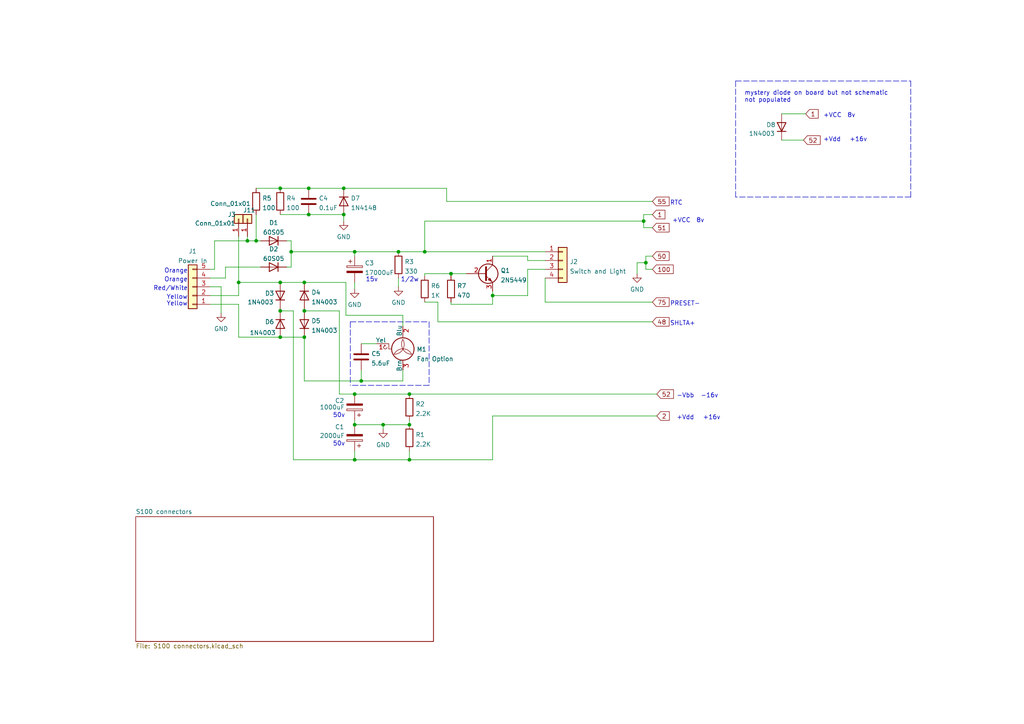
<source format=kicad_sch>
(kicad_sch (version 20211123) (generator eeschema)
  (paper "A4")
  (lib_symbols
    (symbol "Connector_Generic:Conn_01x01" (pin_names (offset 1.016) hide)
      (property "Reference" "J" (at 0 2.54 0))
      (property "Value" "Conn_01x01" (at 0 -2.54 0))
      (symbol "Conn_01x01_1_1"
        (rectangle (start -1.27 0.127) (end 0 -0.127) (stroke (width 0.1524)))
        (rectangle (start -1.27 1.27) (end 1.27 -1.27) (stroke (width 0.254)) (fill (type background)))
        (pin passive line (at -5.08 0 0) (length 3.81) (name "Pin_1") (number "1"))
      )
    )
    (symbol "Connector_Generic:Conn_01x04" (pin_names (offset 1.016) hide)
      (property "Reference" "J" (at 0 5.08 0))
      (property "Value" "Conn_01x04" (at 0 -7.62 0))
      (symbol "Conn_01x04_1_1"
        (rectangle (start -1.27 -4.953) (end 0 -5.207) (stroke (width 0.1524)))
        (rectangle (start -1.27 -2.413) (end 0 -2.667) (stroke (width 0.1524)))
        (rectangle (start -1.27 0.127) (end 0 -0.127) (stroke (width 0.1524)))
        (rectangle (start -1.27 2.667) (end 0 2.413) (stroke (width 0.1524)))
        (rectangle (start -1.27 3.81) (end 1.27 -6.35) (stroke (width 0.254)) (fill (type background)))
        (pin passive line (at -5.08 2.54 0) (length 3.81) (name "Pin_1") (number "1"))
        (pin passive line (at -5.08 0 0) (length 3.81) (name "Pin_2") (number "2"))
        (pin passive line (at -5.08 -2.54 0) (length 3.81) (name "Pin_3") (number "3"))
        (pin passive line (at -5.08 -5.08 0) (length 3.81) (name "Pin_4") (number "4"))
      )
    )
    (symbol "Connector_Generic:Conn_01x05" (pin_names (offset 1.016) hide)
      (property "Reference" "J" (at 0 7.62 0))
      (property "Value" "Conn_01x05" (at 0 -7.62 0))
      (symbol "Conn_01x05_1_1"
        (rectangle (start -1.27 -4.953) (end 0 -5.207) (stroke (width 0.1524)))
        (rectangle (start -1.27 -2.413) (end 0 -2.667) (stroke (width 0.1524)))
        (rectangle (start -1.27 0.127) (end 0 -0.127) (stroke (width 0.1524)))
        (rectangle (start -1.27 2.667) (end 0 2.413) (stroke (width 0.1524)))
        (rectangle (start -1.27 5.207) (end 0 4.953) (stroke (width 0.1524)))
        (rectangle (start -1.27 6.35) (end 1.27 -6.35) (stroke (width 0.254)) (fill (type background)))
        (pin passive line (at -5.08 5.08 0) (length 3.81) (name "Pin_1") (number "1"))
        (pin passive line (at -5.08 2.54 0) (length 3.81) (name "Pin_2") (number "2"))
        (pin passive line (at -5.08 0 0) (length 3.81) (name "Pin_3") (number "3"))
        (pin passive line (at -5.08 -2.54 0) (length 3.81) (name "Pin_4") (number "4"))
        (pin passive line (at -5.08 -5.08 0) (length 3.81) (name "Pin_5") (number "5"))
      )
    )
    (symbol "Device:C" (pin_numbers hide) (pin_names (offset 0.254))
      (property "Reference" "C" (at 0.635 2.54 0))
      (property "Value" "C" (at 0.635 -2.54 0))
      (symbol "C_0_1"
        (polyline (pts (xy -2.032 -0.762) (xy 2.032 -0.762)) (stroke (width 0.508)))
        (polyline (pts (xy -2.032 0.762) (xy 2.032 0.762)) (stroke (width 0.508)))
      )
      (symbol "C_1_1"
        (pin passive line (at 0 3.81 270) (length 2.794) (name "~") (number "1"))
        (pin passive line (at 0 -3.81 90) (length 2.794) (name "~") (number "2"))
      )
    )
    (symbol "Device:C_Polarized" (pin_numbers hide) (pin_names (offset 0.254))
      (property "Reference" "C" (at 0.635 2.54 0))
      (property "Value" "C_Polarized" (at 0.635 -2.54 0))
      (symbol "C_Polarized_0_1"
        (rectangle (start -2.286 0.508) (end 2.286 1.016))
        (polyline (pts (xy -1.778 2.286) (xy -0.762 2.286)))
        (polyline (pts (xy -1.27 2.794) (xy -1.27 1.778)))
        (rectangle (start 2.286 -0.508) (end -2.286 -1.016) (fill (type outline)))
      )
      (symbol "C_Polarized_1_1"
        (pin passive line (at 0 3.81 270) (length 2.794) (name "~") (number "1"))
        (pin passive line (at 0 -3.81 90) (length 2.794) (name "~") (number "2"))
      )
    )
    (symbol "Device:R" (pin_numbers hide) (pin_names (offset 0))
      (property "Reference" "R" (at 2.032 0 90))
      (property "Value" "R" (at 0 0 90))
      (symbol "R_0_1"
        (rectangle (start -1.016 -2.54) (end 1.016 2.54) (stroke (width 0.254)))
      )
      (symbol "R_1_1"
        (pin passive line (at 0 3.81 270) (length 1.27) (name "~") (number "1"))
        (pin passive line (at 0 -3.81 90) (length 1.27) (name "~") (number "2"))
      )
    )
    (symbol "Diode:1N4003" (pin_numbers hide) (pin_names (offset 1.016) hide)
      (property "Reference" "D" (at 0 2.54 0))
      (property "Value" "1N4003" (at 0 -2.54 0))
      (symbol "1N4003_0_1"
        (polyline (pts (xy -1.27 1.27) (xy -1.27 -1.27)) (stroke (width 0.254)))
        (polyline (pts (xy 1.27 0) (xy -1.27 0)))
        (polyline (pts (xy 1.27 1.27) (xy 1.27 -1.27) (xy -1.27 0) (xy 1.27 1.27)) (stroke (width 0.254)))
      )
      (symbol "1N4003_1_1"
        (pin passive line (at -3.81 0 0) (length 2.54) (name "K") (number "1"))
        (pin passive line (at 3.81 0 180) (length 2.54) (name "A") (number "2"))
      )
    )
    (symbol "Diode:1N4148" (pin_numbers hide) (pin_names (offset 1.016) hide)
      (property "Reference" "D" (at 0 2.54 0))
      (property "Value" "1N4148" (at 0 -2.54 0))
      (symbol "1N4148_0_1"
        (polyline (pts (xy -1.27 1.27) (xy -1.27 -1.27)) (stroke (width 0.254)))
        (polyline (pts (xy 1.27 0) (xy -1.27 0)))
        (polyline (pts (xy 1.27 1.27) (xy 1.27 -1.27) (xy -1.27 0) (xy 1.27 1.27)) (stroke (width 0.254)))
      )
      (symbol "1N4148_1_1"
        (pin passive line (at -3.81 0 0) (length 2.54) (name "K") (number "1"))
        (pin passive line (at 3.81 0 180) (length 2.54) (name "A") (number "2"))
      )
    )
    (symbol "Evan's misc parts:2N5449" (pin_names (offset 0) hide)
      (property "Reference" "Q" (at 5.08 1.905 0))
      (property "Value" "2N5449" (at 5.08 0 0))
      (symbol "2N5449_0_1"
        (polyline (pts (xy 0.635 0.635) (xy 2.54 2.54)))
        (polyline (pts (xy 0.635 -0.635) (xy 2.54 -2.54) (xy 2.54 -2.54)))
        (polyline (pts (xy 0.635 1.905) (xy 0.635 -1.905) (xy 0.635 -1.905)) (stroke (width 0.508)))
        (polyline (pts (xy 1.27 -1.778) (xy 1.778 -1.27) (xy 2.286 -2.286) (xy 1.27 -1.778) (xy 1.27 -1.778)) (fill (type outline)))
        (circle (center 1.27 0) (radius 2.8194) (stroke (width 0.254)))
      )
      (symbol "2N5449_1_1"
        (pin passive line (at 2.54 5.08 270) (length 2.54) (name "C") (number "1"))
        (pin passive line (at -5.08 0 0) (length 5.715) (name "B") (number "2"))
        (pin passive line (at 2.54 -5.08 90) (length 2.54) (name "E") (number "3"))
      )
    )
    (symbol "Evan's misc parts:60S05" (pin_numbers hide) (pin_names (offset 1.016) hide)
      (property "Reference" "D" (at 0 2.54 0))
      (property "Value" "60S05" (at 0 -2.54 0))
      (symbol "60S05_0_1"
        (polyline (pts (xy -1.27 1.27) (xy -1.27 -1.27)) (stroke (width 0.254)))
        (polyline (pts (xy 1.27 0) (xy -1.27 0)))
        (polyline (pts (xy 1.27 1.27) (xy 1.27 -1.27) (xy -1.27 0) (xy 1.27 1.27)) (stroke (width 0.254)))
      )
      (symbol "60S05_1_1"
        (pin passive line (at -3.81 0 0) (length 2.54) (name "K") (number "1"))
        (pin passive line (at 3.81 0 180) (length 2.54) (name "A") (number "2"))
      )
    )
    (symbol "Motor:Fan_3pin" (pin_names (offset 0))
      (property "Reference" "M?" (at 4.0132 -1.6315 0))
      (property "Value" "Fan_3pin" (at 4.0132 -4.4066 0))
      (symbol "Fan_3pin_0_0"
        (arc (start -5.588 -1.016) (mid -5.08 -1.524) (end -4.572 -1.016))
        (arc (start -5.08 -0.508) (mid -5.4392 -0.6568) (end -5.588 -1.016))
        (polyline (pts (xy -5.08 -0.508) (xy -5.334 -0.381)))
        (polyline (pts (xy -5.08 -0.508) (xy -5.207 -0.762)))
        (polyline (pts (xy -4.064 0) (xy -4.064 -1.524) (xy -3.302 -1.524)))
      )
      (symbol "Fan_3pin_0_1"
        (arc (start -2.54 -3.048) (mid -0.0014 -1.6352) (end 0 1.27))
        (circle (center 0 -1.524) (radius 3.2512) (stroke (width 0.254)))
        (polyline (pts (xy -4.064 0) (xy -5.08 0)))
        (polyline (pts (xy 0 -7.62) (xy 0 -7.112)))
        (polyline (pts (xy 0 -4.7752) (xy 0 -5.1816)))
        (polyline (pts (xy 0 1.7272) (xy 0 2.0828)))
        (polyline (pts (xy 0 2.032) (xy 0 2.54)))
        (arc (start 0 1.27) (mid 0.0468 -1.6085) (end 2.54 -3.048))
        (arc (start 2.54 -3.048) (mid 0 -1.4782) (end -2.54 -3.048))
      )
      (symbol "Fan_3pin_1_1"
        (pin passive line (at -7.62 0 0) (length 2.54) (name "Yel") (number "1"))
        (pin passive line (at 0 5.08 270) (length 2.54) (name "Blu") (number "2"))
        (pin passive line (at 0 -7.62 90) (length 2.54) (name "Brn") (number "3"))
      )
    )
    (symbol "power:GND" (power) (pin_names (offset 0))
      (property "Value" "GND" (at 0 -3.81 0))
      (symbol "GND_0_1"
        (polyline (pts (xy 0 0) (xy 0 -1.27) (xy 1.27 -1.27) (xy 0 -2.54) (xy -1.27 -1.27) (xy 0 -1.27)))
      )
      (symbol "GND_1_1"
        (pin power_in line (at 0 0 270) (length 0) hide (name "GND") (number "1"))
      )
    )
  )
  (junction (at 123.19 73.025))
  (junction (at 102.87 114.3))
  (junction (at 102.87 123.19))
  (junction (at 111.125 123.19))
  (junction (at 81.28 97.79))
  (junction (at 69.215 81.915))
  (junction (at 74.295 69.85))
  (junction (at 142.875 85.725))
  (junction (at 89.535 62.23))
  (junction (at 102.87 133.35))
  (junction (at 81.28 81.915))
  (junction (at 186.69 64.135))
  (junction (at 84.455 73.025))
  (junction (at 102.87 73.025))
  (junction (at 89.535 54.61))
  (junction (at 88.265 90.17))
  (junction (at 81.28 90.17))
  (junction (at 99.695 54.61))
  (junction (at 118.745 133.35))
  (junction (at 81.28 54.61))
  (junction (at 115.57 73.025))
  (junction (at 130.81 79.375))
  (junction (at 118.745 114.3))
  (junction (at 99.695 62.23))
  (junction (at 71.755 69.85))
  (junction (at 118.745 123.19))
  (junction (at 187.325 76.2))
  (junction (at 88.265 97.79))
  (junction (at 88.265 81.915))
  (junction (at 104.775 110.49))
  (wire (pts (xy 118.745 114.3) (xy 190.5 114.3)))
  (wire (pts (xy 187.325 76.2) (xy 184.785 76.2)))
  (wire (pts (xy 130.81 87.63) (xy 130.81 88.265)))
  (wire (pts (xy 99.695 54.61) (xy 129.54 54.61)))
  (wire (pts (xy 104.775 110.49) (xy 116.84 110.49)))
  (wire (pts (xy 130.81 88.265) (xy 142.875 88.265)))
  (wire (pts (xy 189.23 66.04) (xy 186.69 66.04)))
  (wire (pts (xy 71.755 69.85) (xy 74.295 69.85)))
  (wire (pts (xy 60.96 78.105) (xy 62.23 78.105)))
  (wire (pts (xy 186.69 62.23) (xy 186.69 64.135)))
  (wire (pts (xy 158.115 75.565) (xy 153.035 75.565)))
  (wire (pts (xy 81.28 54.61) (xy 89.535 54.61)))
  (wire (pts (xy 71.755 68.58) (xy 71.755 69.85)))
  (wire (pts (xy 153.035 85.725) (xy 142.875 85.725)))
  (wire (pts (xy 123.19 73.025) (xy 123.19 64.135)))
  (wire (pts (xy 98.425 114.3) (xy 102.87 114.3)))
  (wire (pts (xy 102.87 130.81) (xy 102.87 133.35)))
  (wire (pts (xy 60.96 85.725) (xy 69.215 85.725)))
  (wire (pts (xy 142.875 120.65) (xy 190.5 120.65)))
  (wire (pts (xy 88.265 81.915) (xy 100.33 81.915)))
  (wire (pts (xy 102.87 73.025) (xy 115.57 73.025)))
  (wire (pts (xy 127 87.63) (xy 127 93.345)))
  (wire (pts (xy 99.695 62.23) (xy 99.695 64.135)))
  (wire (pts (xy 142.875 133.35) (xy 142.875 120.65)))
  (wire (pts (xy 88.265 110.49) (xy 104.775 110.49)))
  (wire (pts (xy 187.325 74.295) (xy 187.325 76.2)))
  (wire (pts (xy 123.19 64.135) (xy 186.69 64.135)))
  (wire (pts (xy 69.215 85.725) (xy 69.215 81.915)))
  (wire (pts (xy 65.405 80.645) (xy 65.405 77.47)))
  (wire (pts (xy 83.185 69.85) (xy 84.455 69.85)))
  (wire (pts (xy 129.54 54.61) (xy 129.54 58.42)))
  (wire (pts (xy 69.215 68.58) (xy 69.215 81.915)))
  (wire (pts (xy 102.87 123.19) (xy 102.87 121.92)))
  (wire (pts (xy 104.775 107.315) (xy 104.775 110.49)))
  (wire (pts (xy 111.125 123.19) (xy 111.125 124.46)))
  (polyline (pts (xy 124.46 93.345) (xy 124.46 111.76)))
  (wire (pts (xy 74.295 62.23) (xy 74.295 69.85)))
  (wire (pts (xy 102.87 83.82) (xy 102.87 81.915)))
  (wire (pts (xy 104.775 99.695) (xy 109.22 99.695)))
  (wire (pts (xy 84.455 77.47) (xy 83.185 77.47)))
  (wire (pts (xy 102.87 114.3) (xy 118.745 114.3)))
  (wire (pts (xy 102.87 133.35) (xy 118.745 133.35)))
  (wire (pts (xy 98.425 90.17) (xy 98.425 114.3)))
  (wire (pts (xy 88.265 90.17) (xy 88.265 89.535)))
  (wire (pts (xy 102.87 73.025) (xy 102.87 74.295)))
  (wire (pts (xy 84.455 73.025) (xy 84.455 77.47)))
  (wire (pts (xy 153.035 75.565) (xy 153.035 74.295)))
  (wire (pts (xy 189.23 74.295) (xy 187.325 74.295)))
  (wire (pts (xy 88.265 90.17) (xy 98.425 90.17)))
  (wire (pts (xy 187.325 76.2) (xy 187.325 78.105)))
  (wire (pts (xy 186.69 66.04) (xy 186.69 64.135)))
  (wire (pts (xy 118.745 121.92) (xy 118.745 123.19)))
  (wire (pts (xy 158.115 80.645) (xy 158.115 87.63)))
  (wire (pts (xy 64.135 83.185) (xy 64.135 90.805)))
  (wire (pts (xy 74.295 54.61) (xy 81.28 54.61)))
  (wire (pts (xy 62.23 78.105) (xy 62.23 69.85)))
  (wire (pts (xy 88.265 97.79) (xy 88.265 110.49)))
  (wire (pts (xy 118.745 133.35) (xy 142.875 133.35)))
  (wire (pts (xy 116.84 110.49) (xy 116.84 107.315)))
  (wire (pts (xy 233.68 33.02) (xy 226.695 33.02)))
  (wire (pts (xy 85.09 90.17) (xy 81.28 90.17)))
  (wire (pts (xy 111.125 123.19) (xy 118.745 123.19)))
  (wire (pts (xy 115.57 73.025) (xy 123.19 73.025)))
  (wire (pts (xy 84.455 69.85) (xy 84.455 73.025)))
  (wire (pts (xy 81.28 81.915) (xy 88.265 81.915)))
  (wire (pts (xy 69.215 97.79) (xy 81.28 97.79)))
  (polyline (pts (xy 213.36 23.495) (xy 213.36 57.15)))
  (wire (pts (xy 187.325 78.105) (xy 189.23 78.105)))
  (polyline (pts (xy 213.36 23.495) (xy 264.16 23.495)))
  (wire (pts (xy 65.405 77.47) (xy 75.565 77.47)))
  (polyline (pts (xy 124.46 111.76) (xy 101.6 111.76)))
  (wire (pts (xy 69.215 81.915) (xy 81.28 81.915)))
  (wire (pts (xy 81.28 62.23) (xy 89.535 62.23)))
  (wire (pts (xy 89.535 62.23) (xy 99.695 62.23)))
  (wire (pts (xy 74.295 69.85) (xy 75.565 69.85)))
  (wire (pts (xy 158.115 78.105) (xy 153.035 78.105)))
  (wire (pts (xy 153.035 78.105) (xy 153.035 85.725)))
  (polyline (pts (xy 101.6 93.345) (xy 124.46 93.345)))
  (wire (pts (xy 135.255 79.375) (xy 130.81 79.375)))
  (wire (pts (xy 142.875 85.725) (xy 142.875 84.455)))
  (wire (pts (xy 127 93.345) (xy 189.23 93.345)))
  (wire (pts (xy 142.875 88.265) (xy 142.875 85.725)))
  (wire (pts (xy 60.96 83.185) (xy 64.135 83.185)))
  (wire (pts (xy 84.455 73.025) (xy 102.87 73.025)))
  (wire (pts (xy 233.045 40.64) (xy 226.695 40.64)))
  (wire (pts (xy 123.19 87.63) (xy 127 87.63)))
  (wire (pts (xy 123.19 79.375) (xy 123.19 80.01)))
  (wire (pts (xy 118.745 133.35) (xy 118.745 130.81)))
  (wire (pts (xy 100.33 81.915) (xy 100.33 91.44)))
  (wire (pts (xy 69.215 88.265) (xy 69.215 97.79)))
  (wire (pts (xy 81.28 90.17) (xy 81.28 89.535)))
  (wire (pts (xy 85.09 133.35) (xy 85.09 90.17)))
  (polyline (pts (xy 101.6 93.345) (xy 101.6 111.76)))
  (wire (pts (xy 153.035 74.295) (xy 142.875 74.295)))
  (wire (pts (xy 158.115 73.025) (xy 123.19 73.025)))
  (wire (pts (xy 130.81 79.375) (xy 123.19 79.375)))
  (wire (pts (xy 100.33 91.44) (xy 116.84 91.44)))
  (wire (pts (xy 158.115 87.63) (xy 189.23 87.63)))
  (wire (pts (xy 130.81 79.375) (xy 130.81 80.01)))
  (wire (pts (xy 89.535 54.61) (xy 99.695 54.61)))
  (polyline (pts (xy 264.16 23.495) (xy 264.16 57.15)))
  (wire (pts (xy 60.96 80.645) (xy 65.405 80.645)))
  (wire (pts (xy 115.57 83.185) (xy 115.57 80.645)))
  (wire (pts (xy 102.87 123.19) (xy 111.125 123.19)))
  (wire (pts (xy 60.96 88.265) (xy 69.215 88.265)))
  (wire (pts (xy 81.28 97.79) (xy 88.265 97.79)))
  (wire (pts (xy 184.785 76.2) (xy 184.785 79.375)))
  (wire (pts (xy 116.84 91.44) (xy 116.84 94.615)))
  (polyline (pts (xy 264.16 57.15) (xy 213.36 57.15)))
  (wire (pts (xy 189.23 62.23) (xy 186.69 62.23)))
  (wire (pts (xy 102.87 133.35) (xy 85.09 133.35)))
  (wire (pts (xy 62.23 69.85) (xy 71.755 69.85)))
  (wire (pts (xy 129.54 58.42) (xy 189.23 58.42)))
  (text "+Vdd" (at 238.76 41.275 0) (effects (font (size 1.27 1.27)) (justify left bottom)))
  (text "8v" (at 201.93 64.77 0) (effects (font (size 1.27 1.27)) (justify left bottom)))
  (text "+16v" (at 203.835 121.92 0) (effects (font (size 1.27 1.27)) (justify left bottom)))
  (text "15v" (at 106.045 81.915 0) (effects (font (size 1.27 1.27)) (justify left bottom)))
  (text "Red/White" (at 44.45 84.455 0) (effects (font (size 1.27 1.27)) (justify left bottom)))
  (text "Yellow" (at 48.26 88.9 0) (effects (font (size 1.27 1.27)) (justify left bottom)))
  (text "Yellow" (at 48.26 86.995 0) (effects (font (size 1.27 1.27)) (justify left bottom)))
  (text "+VCC" (at 238.76 34.29 0) (effects (font (size 1.27 1.27)) (justify left bottom)))
  (text "-Vbb" (at 196.215 115.57 0) (effects (font (size 1.27 1.27)) (justify left bottom)))
  (text "50v" (at 96.52 121.285 0) (effects (font (size 1.27 1.27)) (justify left bottom)))
  (text "RTC" (at 194.31 59.69 0) (effects (font (size 1.27 1.27)) (justify left bottom)))
  (text "8v" (at 245.745 34.29 0) (effects (font (size 1.27 1.27)) (justify left bottom)))
  (text "Orange" (at 47.625 79.375 0) (effects (font (size 1.27 1.27)) (justify left bottom)))
  (text "1/2w" (at 116.205 81.915 0) (effects (font (size 1.27 1.27)) (justify left bottom)))
  (text "50v" (at 96.52 129.54 0) (effects (font (size 1.27 1.27)) (justify left bottom)))
  (text "+Vdd" (at 196.215 121.92 0) (effects (font (size 1.27 1.27)) (justify left bottom)))
  (text "mystery diode on board but not schematic\nnot populated" (at 215.9 29.845 0) (effects (font (size 1.27 1.27)) (justify left bottom)))
  (text "Orange" (at 47.625 81.915 0) (effects (font (size 1.27 1.27)) (justify left bottom)))
  (text "-16v" (at 203.2 115.57 0) (effects (font (size 1.27 1.27)) (justify left bottom)))
  (text "SHLTA+" (at 194.31 94.615 0) (effects (font (size 1.27 1.27)) (justify left bottom)))
  (text "PRESET-" (at 194.31 88.9 0) (effects (font (size 1.27 1.27)) (justify left bottom)))
  (text "+VCC" (at 194.945 64.77 0) (effects (font (size 1.27 1.27)) (justify left bottom)))
  (text "+16v" (at 246.38 41.275 0) (effects (font (size 1.27 1.27)) (justify left bottom)))
  (global_label "2" (shape input) (at 190.5 120.65 0) (property "Intersheet References" "${INTERSHEET_REFS}" (effects hide)))
  (global_label "1" (shape input) (at 189.23 62.23 0) (property "Intersheet References" "${INTERSHEET_REFS}" (effects hide)))
  (global_label "52" (shape input) (at 190.5 114.3 0) (property "Intersheet References" "${INTERSHEET_REFS}" (effects hide)))
  (global_label "55" (shape input) (at 189.23 58.42 0) (property "Intersheet References" "${INTERSHEET_REFS}" (effects hide)))
  (global_label "75" (shape input) (at 189.23 87.63 0) (property "Intersheet References" "${INTERSHEET_REFS}" (effects hide)))
  (global_label "52" (shape input) (at 233.045 40.64 0) (property "Intersheet References" "${INTERSHEET_REFS}" (effects hide)))
  (global_label "50" (shape input) (at 189.23 74.295 0) (property "Intersheet References" "${INTERSHEET_REFS}" (effects hide)))
  (global_label "48" (shape input) (at 189.23 93.345 0) (property "Intersheet References" "${INTERSHEET_REFS}" (effects hide)))
  (global_label "100" (shape input) (at 189.23 78.105 0) (property "Intersheet References" "${INTERSHEET_REFS}" (effects hide)))
  (global_label "51" (shape input) (at 189.23 66.04 0) (property "Intersheet References" "${INTERSHEET_REFS}" (effects hide)))
  (global_label "1" (shape input) (at 233.68 33.02 0) (property "Intersheet References" "${INTERSHEET_REFS}" (effects hide)))
  (symbol (lib_id "Evan's misc parts:60S05") (at 79.375 69.85 180) (unit 1)
    (property "Reference" "D1" (at 79.375 64.6135 0))
    (property "Value" "60S05" (at 79.375 67.3886 0))
    (property "Footprint" "Diode_THT:D_DO-201AD_P15.24mm_Horizontal" (effects hide))
  )
  (symbol (lib_id "Device:R") (at 118.745 118.11 0) (unit 1)
    (property "Reference" "R2" (at 120.523 117.2015 0) (effects (justify left)))
    (property "Value" "2.2K" (at 120.523 119.9766 0) (effects (justify left)))
    (property "Footprint" "Resistor_THT:R_Axial_DIN0207_L6.3mm_D2.5mm_P15.24mm_Horizontal" (effects hide))
  )
  (symbol (lib_id "Connector_Generic:Conn_01x01") (at 71.755 63.5 90) (unit 1)
    (property "Reference" "J11" (at 70.485 60.96 90) (effects (justify right)))
    (property "Value" "Conn_01x01" (at 60.96 59.055 90) (effects (justify right)))
    (property "Footprint" "Connector_Pin:Pin_D1.0mm_L10.0mm" (effects hide))
  )
  (symbol (lib_id "Motor:Fan_3pin") (at 116.84 99.695 0) (unit 1) (on_board no)
    (property "Reference" "M1" (at 120.8532 101.3265 0) (effects (justify left)))
    (property "Value" "Fan Option" (at 120.8532 104.1016 0) (effects (justify left)))
    (property "Datasheet" "http://www.hardwarecanucks.com/forum/attachments/new-builds/16287d1330775095-help-chassis-power-fan-connectors-motherboard-asus_p8z68.jpg" (effects hide))
  )
  (symbol (lib_id "Diode:1N4003") (at 81.28 85.725 90) (unit 1)
    (property "Reference" "D3" (at 76.835 85.09 90) (effects (justify right)))
    (property "Value" "1N4003" (at 71.755 87.63 90) (effects (justify right)))
    (property "Footprint" "Diode_THT:D_DO-41_SOD81_P10.16mm_Horizontal" (effects hide))
    (property "Datasheet" "http://www.vishay.com/docs/88503/1n4001.pdf" (effects hide))
  )
  (symbol (lib_id "power:GND") (at 102.87 83.82 0) (unit 1)
    (property "Reference" "#PWR0103" (effects hide))
    (property "Value" "GND" (at 102.87 88.3825 0))
  )
  (symbol (lib_id "power:GND") (at 184.785 79.375 0) (unit 1)
    (property "Reference" "#PWR0105" (effects hide))
    (property "Value" "GND" (at 184.785 83.9375 0))
  )
  (symbol (lib_id "Device:C_Polarized") (at 102.87 127 180) (unit 1)
    (property "Reference" "C1" (at 97.155 123.825 0) (effects (justify right)))
    (property "Value" "2000uF" (at 92.71 126.365 0) (effects (justify right)))
    (property "Footprint" "Capacitor_THT:CP_Axial_L67.0mm_D26.0mm_P75.00mm_Horizontal" (effects hide))
  )
  (symbol (lib_id "power:GND") (at 64.135 90.805 0) (unit 1)
    (property "Reference" "#PWR0106" (effects hide))
    (property "Value" "GND" (at 64.135 95.3675 0))
  )
  (symbol (lib_id "Connector_Generic:Conn_01x01") (at 69.215 63.5 90) (unit 1)
    (property "Reference" "J3" (at 66.04 62.23 90) (effects (justify right)))
    (property "Value" "Conn_01x01" (at 56.515 64.77 90) (effects (justify right)))
    (property "Footprint" "Connector_Pin:Pin_D1.0mm_L10.0mm" (effects hide))
  )
  (symbol (lib_id "Device:C_Polarized") (at 102.87 118.11 180) (unit 1)
    (property "Reference" "C2" (at 97.155 116.205 0) (effects (justify right)))
    (property "Value" "1000uF" (at 92.71 118.11 0) (effects (justify right)))
    (property "Footprint" "Capacitor_THT:CP_Axial_L67.0mm_D23.0mm_P75.00mm_Horizontal" (effects hide))
  )
  (symbol (lib_id "Device:C_Polarized") (at 102.87 78.105 0) (unit 1)
    (property "Reference" "C3" (at 105.791 76.3075 0) (effects (justify left)))
    (property "Value" "17000uF" (at 105.791 79.0826 0) (effects (justify left)))
    (property "Footprint" "Evan's misc parts:CP_Radial_D35.0mm_P12.90mm_SnapIn" (effects hide))
  )
  (symbol (lib_id "Diode:1N4003") (at 88.265 93.98 90) (unit 1)
    (property "Reference" "D5" (at 90.297 93.0715 90) (effects (justify right)))
    (property "Value" "1N4003" (at 90.297 95.8466 90) (effects (justify right)))
    (property "Footprint" "Diode_THT:D_DO-41_SOD81_P10.16mm_Horizontal" (effects hide))
    (property "Datasheet" "http://www.vishay.com/docs/88503/1n4001.pdf" (effects hide))
  )
  (symbol (lib_id "Evan's misc parts:60S05") (at 79.375 77.47 180) (unit 1)
    (property "Reference" "D2" (at 79.375 72.2335 0))
    (property "Value" "60S05" (at 79.375 75.0086 0))
    (property "Footprint" "Diode_THT:D_DO-201AD_P15.24mm_Horizontal" (effects hide))
  )
  (symbol (lib_id "Device:C") (at 89.535 58.42 0) (unit 1)
    (property "Reference" "C4" (at 92.456 57.5115 0) (effects (justify left)))
    (property "Value" "0.1uF" (at 92.456 60.2866 0) (effects (justify left)))
    (property "Footprint" "Capacitor_THT:C_Rect_L11.0mm_W3.4mm_P10.00mm_MKT" (effects hide))
  )
  (symbol (lib_id "power:GND") (at 111.125 124.46 0) (unit 1)
    (property "Reference" "#PWR0101" (effects hide))
    (property "Value" "GND" (at 111.125 129.0225 0))
  )
  (symbol (lib_id "power:GND") (at 99.695 64.135 0) (unit 1)
    (property "Reference" "#PWR0104" (effects hide))
    (property "Value" "GND" (at 99.695 68.6975 0))
  )
  (symbol (lib_id "Device:R") (at 130.81 83.82 0) (unit 1)
    (property "Reference" "R7" (at 132.588 82.9115 0) (effects (justify left)))
    (property "Value" "470" (at 132.588 85.6866 0) (effects (justify left)))
    (property "Footprint" "Resistor_THT:R_Axial_DIN0309_L9.0mm_D3.2mm_P12.70mm_Horizontal" (effects hide))
  )
  (symbol (lib_id "Device:C") (at 104.775 103.505 0) (unit 1) (on_board no)
    (property "Reference" "C5" (at 107.696 102.5965 0) (effects (justify left)))
    (property "Value" "5.6uF" (at 107.696 105.3716 0) (effects (justify left)))
  )
  (symbol (lib_id "Device:R") (at 81.28 58.42 0) (unit 1)
    (property "Reference" "R4" (at 83.058 57.5115 0) (effects (justify left)))
    (property "Value" "100" (at 83.058 60.2866 0) (effects (justify left)))
    (property "Footprint" "Resistor_THT:R_Axial_DIN0207_L6.3mm_D2.5mm_P10.16mm_Horizontal" (effects hide))
  )
  (symbol (lib_id "power:GND") (at 115.57 83.185 0) (unit 1)
    (property "Reference" "#PWR0102" (effects hide))
    (property "Value" "GND" (at 115.57 87.7475 0))
  )
  (symbol (lib_id "Device:R") (at 74.295 58.42 0) (unit 1)
    (property "Reference" "R5" (at 76.073 57.5115 0) (effects (justify left)))
    (property "Value" "100" (at 76.073 60.2866 0) (effects (justify left)))
    (property "Footprint" "Resistor_THT:R_Axial_DIN0207_L6.3mm_D2.5mm_P10.16mm_Horizontal" (effects hide))
  )
  (symbol (lib_id "Device:R") (at 118.745 127 0) (unit 1)
    (property "Reference" "R1" (at 120.523 126.0915 0) (effects (justify left)))
    (property "Value" "2.2K" (at 120.523 128.8666 0) (effects (justify left)))
    (property "Footprint" "Resistor_THT:R_Axial_DIN0207_L6.3mm_D2.5mm_P15.24mm_Horizontal" (effects hide))
  )
  (symbol (lib_id "Diode:1N4003") (at 88.265 85.725 270) (unit 1)
    (property "Reference" "D4" (at 90.297 84.8165 90) (effects (justify left)))
    (property "Value" "1N4003" (at 90.297 87.5916 90) (effects (justify left)))
    (property "Footprint" "Diode_THT:D_DO-41_SOD81_P10.16mm_Horizontal" (effects hide))
    (property "Datasheet" "http://www.vishay.com/docs/88503/1n4001.pdf" (effects hide))
  )
  (symbol (lib_id "Device:R") (at 115.57 76.835 0) (unit 1)
    (property "Reference" "R3" (at 117.348 75.9265 0) (effects (justify left)))
    (property "Value" "330" (at 117.348 78.7016 0) (effects (justify left)))
    (property "Footprint" "Resistor_THT:R_Axial_DIN0411_L9.9mm_D3.6mm_P15.24mm_Horizontal" (effects hide))
  )
  (symbol (lib_id "Device:R") (at 123.19 83.82 0) (unit 1)
    (property "Reference" "R6" (at 124.968 82.9115 0) (effects (justify left)))
    (property "Value" "1K" (at 124.968 85.6866 0) (effects (justify left)))
    (property "Footprint" "Resistor_THT:R_Axial_DIN0309_L9.0mm_D3.2mm_P12.70mm_Horizontal" (effects hide))
  )
  (symbol (lib_id "Diode:1N4003") (at 81.28 93.98 270) (unit 1)
    (property "Reference" "D6" (at 76.835 93.345 90) (effects (justify left)))
    (property "Value" "1N4003" (at 72.39 96.52 90) (effects (justify left)))
    (property "Footprint" "Diode_THT:D_DO-41_SOD81_P10.16mm_Horizontal" (effects hide))
    (property "Datasheet" "http://www.vishay.com/docs/88503/1n4001.pdf" (effects hide))
  )
  (symbol (lib_id "Diode:1N4148") (at 99.695 58.42 270) (unit 1)
    (property "Reference" "D7" (at 101.727 57.5115 90) (effects (justify left)))
    (property "Value" "1N4148" (at 101.727 60.2866 90) (effects (justify left)))
    (property "Footprint" "Diode_THT:D_DO-35_SOD27_P7.62mm_Horizontal" (effects hide))
    (property "Datasheet" "https://assets.nexperia.com/documents/data-sheet/1N4148_1N4448.pdf" (effects hide))
  )
  (symbol (lib_id "Connector_Generic:Conn_01x05") (at 55.88 83.185 180) (unit 1)
    (property "Reference" "J1" (at 55.88 72.8685 0))
    (property "Value" "Power In" (at 55.88 75.6436 0))
    (property "Footprint" "Evan's misc parts:5 pin inline molex 0.93" (effects hide))
  )
  (symbol (lib_id "Diode:1N4003") (at 226.695 36.83 90) (unit 1)
    (property "Reference" "D8" (at 222.25 36.195 90) (effects (justify right)))
    (property "Value" "1N4003" (at 217.17 38.735 90) (effects (justify right)))
    (property "Footprint" "Diode_THT:D_DO-41_SOD81_P10.16mm_Horizontal" (effects hide))
    (property "Datasheet" "http://www.vishay.com/docs/88503/1n4001.pdf" (effects hide))
  )
  (symbol (lib_id "Connector_Generic:Conn_01x04") (at 163.195 75.565 0) (unit 1)
    (property "Reference" "J2" (at 165.227 75.9265 0) (effects (justify left)))
    (property "Value" "Switch and Light" (at 165.227 78.7016 0) (effects (justify left)))
    (property "Footprint" "Connector_Molex:Molex_KK-396_A-41791-0004_1x04_P3.96mm_Vertical" (effects hide))
  )
  (symbol (lib_id "Evan's misc parts:2N5449") (at 140.335 79.375 0) (unit 1)
    (property "Reference" "Q1" (at 145.1864 78.4665 0) (effects (justify left)))
    (property "Value" "2N5449" (at 145.1864 81.2416 0) (effects (justify left)))
    (property "Footprint" "Package_TO_SOT_THT:TO-92_Wide" (effects hide))
  )
  (sheet (at 39.37 149.86) (size 86.36 36.195) (stroke (width 0.1524))
    (property "Sheet name" "S100 connectors" (at 39.37 149.1484 0) (effects (justify left bottom)))
    (property "Sheet file" "S100 connectors.kicad_sch" (at 39.37 186.6396 0) (effects (justify left top)))
  )
)
</source>
